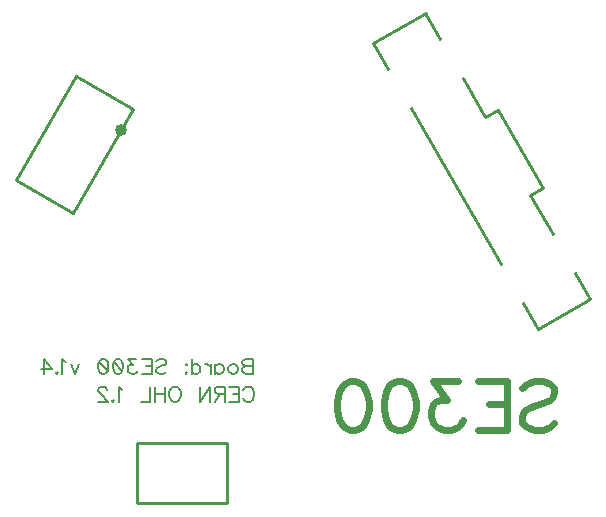
<source format=gbr>
G04 This is an RS-274x file exported by *
G04 gerbv version 2.6A *
G04 More information is available about gerbv at *
G04 http://gerbv.geda-project.org/ *
G04 --End of header info--*
%MOIN*%
%FSLAX34Y34*%
%IPPOS*%
G04 --Define apertures--*
%ADD10C,0.0100*%
%ADD11C,0.0400*%
%ADD12C,0.0077*%
%ADD13C,0.0247*%
G04 --Start main section--*
G54D10*
G01X0022663Y0028215D02*
G01X0020663Y0024751D01*
G01X0020663Y0024751D02*
G01X0022568Y0023651D01*
G01X0022568Y0023651D02*
G01X0024568Y0027115D01*
G01X0024568Y0027115D02*
G01X0022663Y0028215D01*
G54D11*
G01X0024168Y0026422D03*
G54D10*
G01X0025785Y0015981D02*
G01X0027702Y0015981D01*
G01X0024702Y0015981D02*
G01X0027702Y0015981D01*
G01X0024702Y0013981D02*
G01X0027702Y0013981D01*
G01X0024702Y0015981D02*
G01X0024702Y0013981D01*
G01X0027702Y0015981D02*
G01X0027702Y0013981D01*
G01X0037813Y0024244D02*
G01X0038565Y0022947D01*
G01X0038247Y0024495D02*
G01X0036746Y0027093D01*
G01X0036313Y0026843D02*
G01X0036746Y0027093D01*
G01X0038247Y0024495D02*
G01X0037813Y0024244D01*
G01X0039313Y0021646D02*
G01X0039813Y0020781D01*
G01X0039813Y0020781D02*
G01X0038081Y0019780D01*
G01X0038081Y0019780D02*
G01X0037581Y0020647D01*
G01X0036833Y0021947D02*
G01X0033834Y0027142D01*
G01X0036313Y0026843D02*
G01X0035566Y0028142D01*
G01X0034813Y0029441D02*
G01X0034313Y0030307D01*
G01X0034315Y0030308D02*
G01X0032581Y0029307D01*
G01X0032581Y0029307D02*
G01X0033081Y0028440D01*
G54D12*
G01X0028549Y0018791D02*
G01X0028549Y0018289D01*
G01X0028549Y0018289D02*
G01X0028333Y0018289D01*
G01X0028333Y0018289D02*
G01X0028262Y0018313D01*
G01X0028262Y0018313D02*
G01X0028238Y0018337D01*
G01X0028238Y0018337D02*
G01X0028214Y0018385D01*
G01X0028214Y0018385D02*
G01X0028214Y0018456D01*
G01X0028214Y0018456D02*
G01X0028238Y0018505D01*
G01X0028238Y0018505D02*
G01X0028262Y0018528D01*
G01X0028262Y0018528D02*
G01X0028333Y0018552D01*
G01X0028333Y0018552D02*
G01X0028262Y0018576D01*
G01X0028262Y0018576D02*
G01X0028238Y0018600D01*
G01X0028238Y0018600D02*
G01X0028214Y0018648D01*
G01X0028214Y0018648D02*
G01X0028214Y0018696D01*
G01X0028214Y0018696D02*
G01X0028238Y0018743D01*
G01X0028238Y0018743D02*
G01X0028262Y0018768D01*
G01X0028262Y0018768D02*
G01X0028333Y0018791D01*
G01X0028333Y0018791D02*
G01X0028549Y0018791D01*
G01X0028549Y0018552D02*
G01X0028333Y0018552D01*
G01X0027940Y0018624D02*
G01X0027988Y0018600D01*
G01X0027988Y0018600D02*
G01X0028036Y0018552D01*
G01X0028036Y0018552D02*
G01X0028060Y0018480D01*
G01X0028060Y0018480D02*
G01X0028060Y0018433D01*
G01X0028060Y0018433D02*
G01X0028036Y0018361D01*
G01X0028036Y0018361D02*
G01X0027988Y0018313D01*
G01X0027988Y0018313D02*
G01X0027940Y0018289D01*
G01X0027940Y0018289D02*
G01X0027868Y0018289D01*
G01X0027868Y0018289D02*
G01X0027820Y0018313D01*
G01X0027820Y0018313D02*
G01X0027773Y0018361D01*
G01X0027773Y0018361D02*
G01X0027748Y0018433D01*
G01X0027748Y0018433D02*
G01X0027748Y0018480D01*
G01X0027748Y0018480D02*
G01X0027773Y0018552D01*
G01X0027773Y0018552D02*
G01X0027820Y0018600D01*
G01X0027820Y0018600D02*
G01X0027868Y0018624D01*
G01X0027868Y0018624D02*
G01X0027940Y0018624D01*
G01X0027307Y0018624D02*
G01X0027307Y0018289D01*
G01X0027307Y0018552D02*
G01X0027355Y0018600D01*
G01X0027355Y0018600D02*
G01X0027403Y0018624D01*
G01X0027403Y0018624D02*
G01X0027474Y0018624D01*
G01X0027474Y0018624D02*
G01X0027522Y0018600D01*
G01X0027522Y0018600D02*
G01X0027570Y0018552D01*
G01X0027570Y0018552D02*
G01X0027594Y0018480D01*
G01X0027594Y0018480D02*
G01X0027594Y0018433D01*
G01X0027594Y0018433D02*
G01X0027570Y0018361D01*
G01X0027570Y0018361D02*
G01X0027522Y0018313D01*
G01X0027522Y0018313D02*
G01X0027474Y0018289D01*
G01X0027474Y0018289D02*
G01X0027403Y0018289D01*
G01X0027403Y0018289D02*
G01X0027355Y0018313D01*
G01X0027355Y0018313D02*
G01X0027307Y0018361D01*
G01X0027153Y0018624D02*
G01X0027153Y0018289D01*
G01X0027153Y0018480D02*
G01X0027128Y0018552D01*
G01X0027128Y0018552D02*
G01X0027081Y0018600D01*
G01X0027081Y0018600D02*
G01X0027033Y0018624D01*
G01X0027033Y0018624D02*
G01X0026961Y0018624D01*
G01X0026520Y0018791D02*
G01X0026520Y0018289D01*
G01X0026520Y0018552D02*
G01X0026567Y0018600D01*
G01X0026567Y0018600D02*
G01X0026615Y0018624D01*
G01X0026615Y0018624D02*
G01X0026687Y0018624D01*
G01X0026687Y0018624D02*
G01X0026735Y0018600D01*
G01X0026735Y0018600D02*
G01X0026783Y0018552D01*
G01X0026783Y0018552D02*
G01X0026807Y0018480D01*
G01X0026807Y0018480D02*
G01X0026807Y0018433D01*
G01X0026807Y0018433D02*
G01X0026783Y0018361D01*
G01X0026783Y0018361D02*
G01X0026735Y0018313D01*
G01X0026735Y0018313D02*
G01X0026687Y0018289D01*
G01X0026687Y0018289D02*
G01X0026615Y0018289D01*
G01X0026615Y0018289D02*
G01X0026567Y0018313D01*
G01X0026567Y0018313D02*
G01X0026520Y0018361D01*
G01X0026341Y0018624D02*
G01X0026365Y0018600D01*
G01X0026365Y0018600D02*
G01X0026341Y0018576D01*
G01X0026341Y0018576D02*
G01X0026317Y0018600D01*
G01X0026317Y0018600D02*
G01X0026341Y0018624D01*
G01X0026341Y0018337D02*
G01X0026365Y0018313D01*
G01X0026365Y0018313D02*
G01X0026341Y0018289D01*
G01X0026341Y0018289D02*
G01X0026317Y0018313D01*
G01X0026317Y0018313D02*
G01X0026341Y0018337D01*
G01X0025342Y0018720D02*
G01X0025389Y0018768D01*
G01X0025389Y0018768D02*
G01X0025461Y0018791D01*
G01X0025461Y0018791D02*
G01X0025557Y0018791D01*
G01X0025557Y0018791D02*
G01X0025629Y0018768D01*
G01X0025629Y0018768D02*
G01X0025677Y0018720D01*
G01X0025677Y0018720D02*
G01X0025677Y0018672D01*
G01X0025677Y0018672D02*
G01X0025653Y0018624D01*
G01X0025653Y0018624D02*
G01X0025629Y0018600D01*
G01X0025629Y0018600D02*
G01X0025581Y0018576D01*
G01X0025581Y0018576D02*
G01X0025438Y0018528D01*
G01X0025438Y0018528D02*
G01X0025389Y0018505D01*
G01X0025389Y0018505D02*
G01X0025366Y0018480D01*
G01X0025366Y0018480D02*
G01X0025342Y0018433D01*
G01X0025342Y0018433D02*
G01X0025342Y0018361D01*
G01X0025342Y0018361D02*
G01X0025389Y0018313D01*
G01X0025389Y0018313D02*
G01X0025461Y0018289D01*
G01X0025461Y0018289D02*
G01X0025557Y0018289D01*
G01X0025557Y0018289D02*
G01X0025629Y0018313D01*
G01X0025629Y0018313D02*
G01X0025677Y0018361D01*
G01X0024877Y0018791D02*
G01X0025188Y0018791D01*
G01X0025188Y0018791D02*
G01X0025188Y0018289D01*
G01X0025188Y0018289D02*
G01X0024877Y0018289D01*
G01X0025188Y0018552D02*
G01X0024996Y0018552D01*
G01X0024674Y0018791D02*
G01X0024412Y0018791D01*
G01X0024412Y0018791D02*
G01X0024555Y0018600D01*
G01X0024555Y0018600D02*
G01X0024483Y0018600D01*
G01X0024483Y0018600D02*
G01X0024436Y0018576D01*
G01X0024436Y0018576D02*
G01X0024412Y0018552D01*
G01X0024412Y0018552D02*
G01X0024388Y0018480D01*
G01X0024388Y0018480D02*
G01X0024388Y0018433D01*
G01X0024388Y0018433D02*
G01X0024412Y0018361D01*
G01X0024412Y0018361D02*
G01X0024459Y0018313D01*
G01X0024459Y0018313D02*
G01X0024531Y0018289D01*
G01X0024531Y0018289D02*
G01X0024603Y0018289D01*
G01X0024603Y0018289D02*
G01X0024674Y0018313D01*
G01X0024674Y0018313D02*
G01X0024698Y0018337D01*
G01X0024698Y0018337D02*
G01X0024723Y0018385D01*
G01X0024090Y0018791D02*
G01X0024161Y0018767D01*
G01X0024161Y0018767D02*
G01X0024209Y0018695D01*
G01X0024209Y0018695D02*
G01X0024233Y0018576D01*
G01X0024233Y0018576D02*
G01X0024233Y0018504D01*
G01X0024233Y0018504D02*
G01X0024209Y0018385D01*
G01X0024209Y0018385D02*
G01X0024161Y0018313D01*
G01X0024161Y0018313D02*
G01X0024090Y0018289D01*
G01X0024090Y0018289D02*
G01X0024042Y0018289D01*
G01X0024042Y0018289D02*
G01X0023970Y0018313D01*
G01X0023970Y0018313D02*
G01X0023923Y0018385D01*
G01X0023923Y0018385D02*
G01X0023898Y0018504D01*
G01X0023898Y0018504D02*
G01X0023898Y0018576D01*
G01X0023898Y0018576D02*
G01X0023923Y0018695D01*
G01X0023923Y0018695D02*
G01X0023970Y0018767D01*
G01X0023970Y0018767D02*
G01X0024042Y0018791D01*
G01X0024042Y0018791D02*
G01X0024090Y0018791D01*
G01X0023923Y0018695D02*
G01X0024209Y0018385D01*
G01X0023600Y0018791D02*
G01X0023672Y0018767D01*
G01X0023672Y0018767D02*
G01X0023720Y0018695D01*
G01X0023720Y0018695D02*
G01X0023744Y0018576D01*
G01X0023744Y0018576D02*
G01X0023744Y0018504D01*
G01X0023744Y0018504D02*
G01X0023720Y0018385D01*
G01X0023720Y0018385D02*
G01X0023672Y0018313D01*
G01X0023672Y0018313D02*
G01X0023600Y0018289D01*
G01X0023600Y0018289D02*
G01X0023553Y0018289D01*
G01X0023553Y0018289D02*
G01X0023481Y0018313D01*
G01X0023481Y0018313D02*
G01X0023433Y0018385D01*
G01X0023433Y0018385D02*
G01X0023409Y0018504D01*
G01X0023409Y0018504D02*
G01X0023409Y0018576D01*
G01X0023409Y0018576D02*
G01X0023433Y0018695D01*
G01X0023433Y0018695D02*
G01X0023481Y0018767D01*
G01X0023481Y0018767D02*
G01X0023553Y0018791D01*
G01X0023553Y0018791D02*
G01X0023600Y0018791D01*
G01X0023433Y0018695D02*
G01X0023720Y0018385D01*
G01X0022769Y0018624D02*
G01X0022625Y0018289D01*
G01X0022625Y0018289D02*
G01X0022482Y0018624D01*
G01X0022327Y0018695D02*
G01X0022279Y0018720D01*
G01X0022279Y0018720D02*
G01X0022207Y0018791D01*
G01X0022207Y0018791D02*
G01X0022207Y0018289D01*
G01X0022029Y0018337D02*
G01X0022053Y0018313D01*
G01X0022053Y0018313D02*
G01X0022029Y0018289D01*
G01X0022029Y0018289D02*
G01X0022005Y0018313D01*
G01X0022005Y0018313D02*
G01X0022029Y0018337D01*
G01X0021611Y0018289D02*
G01X0021611Y0018791D01*
G01X0021611Y0018791D02*
G01X0021851Y0018456D01*
G01X0021851Y0018456D02*
G01X0021492Y0018456D01*
G01X0028240Y0017747D02*
G01X0028264Y0017795D01*
G01X0028264Y0017795D02*
G01X0028312Y0017843D01*
G01X0028312Y0017843D02*
G01X0028359Y0017867D01*
G01X0028359Y0017867D02*
G01X0028455Y0017867D01*
G01X0028455Y0017867D02*
G01X0028503Y0017843D01*
G01X0028503Y0017843D02*
G01X0028551Y0017795D01*
G01X0028551Y0017795D02*
G01X0028575Y0017747D01*
G01X0028575Y0017747D02*
G01X0028599Y0017675D01*
G01X0028599Y0017675D02*
G01X0028599Y0017555D01*
G01X0028599Y0017555D02*
G01X0028575Y0017484D01*
G01X0028575Y0017484D02*
G01X0028551Y0017436D01*
G01X0028551Y0017436D02*
G01X0028503Y0017389D01*
G01X0028503Y0017389D02*
G01X0028455Y0017364D01*
G01X0028455Y0017364D02*
G01X0028359Y0017364D01*
G01X0028359Y0017364D02*
G01X0028312Y0017389D01*
G01X0028312Y0017389D02*
G01X0028264Y0017436D01*
G01X0028264Y0017436D02*
G01X0028240Y0017484D01*
G01X0027775Y0017867D02*
G01X0028086Y0017867D01*
G01X0028086Y0017867D02*
G01X0028086Y0017364D01*
G01X0028086Y0017364D02*
G01X0027775Y0017364D01*
G01X0028086Y0017627D02*
G01X0027894Y0017627D01*
G01X0027621Y0017627D02*
G01X0027406Y0017627D01*
G01X0027406Y0017627D02*
G01X0027334Y0017652D01*
G01X0027334Y0017652D02*
G01X0027309Y0017675D01*
G01X0027309Y0017675D02*
G01X0027286Y0017723D01*
G01X0027286Y0017723D02*
G01X0027286Y0017771D01*
G01X0027286Y0017771D02*
G01X0027309Y0017819D01*
G01X0027309Y0017819D02*
G01X0027334Y0017843D01*
G01X0027334Y0017843D02*
G01X0027406Y0017867D01*
G01X0027406Y0017867D02*
G01X0027621Y0017867D01*
G01X0027621Y0017867D02*
G01X0027621Y0017364D01*
G01X0027453Y0017627D02*
G01X0027286Y0017364D01*
G01X0026796Y0017867D02*
G01X0026796Y0017364D01*
G01X0026796Y0017364D02*
G01X0027131Y0017867D01*
G01X0027131Y0017867D02*
G01X0027131Y0017364D01*
G01X0026012Y0017867D02*
G01X0026060Y0017843D01*
G01X0026060Y0017843D02*
G01X0026108Y0017795D01*
G01X0026108Y0017795D02*
G01X0026132Y0017747D01*
G01X0026132Y0017747D02*
G01X0026156Y0017675D01*
G01X0026156Y0017675D02*
G01X0026156Y0017555D01*
G01X0026156Y0017555D02*
G01X0026132Y0017484D01*
G01X0026132Y0017484D02*
G01X0026108Y0017436D01*
G01X0026108Y0017436D02*
G01X0026060Y0017389D01*
G01X0026060Y0017389D02*
G01X0026012Y0017364D01*
G01X0026012Y0017364D02*
G01X0025917Y0017364D01*
G01X0025917Y0017364D02*
G01X0025869Y0017389D01*
G01X0025869Y0017389D02*
G01X0025821Y0017436D01*
G01X0025821Y0017436D02*
G01X0025797Y0017484D01*
G01X0025797Y0017484D02*
G01X0025773Y0017555D01*
G01X0025773Y0017555D02*
G01X0025773Y0017675D01*
G01X0025773Y0017675D02*
G01X0025797Y0017747D01*
G01X0025797Y0017747D02*
G01X0025821Y0017795D01*
G01X0025821Y0017795D02*
G01X0025869Y0017843D01*
G01X0025869Y0017843D02*
G01X0025917Y0017867D01*
G01X0025917Y0017867D02*
G01X0026012Y0017867D01*
G01X0025619Y0017867D02*
G01X0025619Y0017364D01*
G01X0025284Y0017867D02*
G01X0025284Y0017364D01*
G01X0025619Y0017627D02*
G01X0025284Y0017627D01*
G01X0025130Y0017867D02*
G01X0025130Y0017364D01*
G01X0025130Y0017364D02*
G01X0024843Y0017364D01*
G01X0024202Y0017770D02*
G01X0024154Y0017795D01*
G01X0024154Y0017795D02*
G01X0024083Y0017866D01*
G01X0024083Y0017866D02*
G01X0024083Y0017364D01*
G01X0023904Y0017412D02*
G01X0023928Y0017388D01*
G01X0023928Y0017388D02*
G01X0023904Y0017364D01*
G01X0023904Y0017364D02*
G01X0023880Y0017388D01*
G01X0023880Y0017388D02*
G01X0023904Y0017412D01*
G01X0023701Y0017747D02*
G01X0023701Y0017770D01*
G01X0023701Y0017770D02*
G01X0023678Y0017819D01*
G01X0023678Y0017819D02*
G01X0023654Y0017842D01*
G01X0023654Y0017842D02*
G01X0023606Y0017866D01*
G01X0023606Y0017866D02*
G01X0023510Y0017866D01*
G01X0023510Y0017866D02*
G01X0023463Y0017842D01*
G01X0023463Y0017842D02*
G01X0023439Y0017819D01*
G01X0023439Y0017819D02*
G01X0023414Y0017770D01*
G01X0023414Y0017770D02*
G01X0023414Y0017723D01*
G01X0023414Y0017723D02*
G01X0023439Y0017675D01*
G01X0023439Y0017675D02*
G01X0023486Y0017604D01*
G01X0023486Y0017604D02*
G01X0023726Y0017364D01*
G01X0023726Y0017364D02*
G01X0023391Y0017364D01*
G54D13*
G01X0037538Y0017809D02*
G01X0037690Y0017963D01*
G01X0037690Y0017963D02*
G01X0037920Y0018039D01*
G01X0037920Y0018039D02*
G01X0038226Y0018039D01*
G01X0038226Y0018039D02*
G01X0038455Y0017963D01*
G01X0038455Y0017963D02*
G01X0038609Y0017809D01*
G01X0038609Y0017809D02*
G01X0038609Y0017657D01*
G01X0038609Y0017657D02*
G01X0038532Y0017503D01*
G01X0038532Y0017503D02*
G01X0038455Y0017427D01*
G01X0038455Y0017427D02*
G01X0038303Y0017351D01*
G01X0038303Y0017351D02*
G01X0037844Y0017197D01*
G01X0037844Y0017197D02*
G01X0037690Y0017121D01*
G01X0037690Y0017121D02*
G01X0037614Y0017043D01*
G01X0037614Y0017043D02*
G01X0037538Y0016891D01*
G01X0037538Y0016891D02*
G01X0037538Y0016661D01*
G01X0037538Y0016661D02*
G01X0037690Y0016509D01*
G01X0037690Y0016509D02*
G01X0037920Y0016431D01*
G01X0037920Y0016431D02*
G01X0038226Y0016431D01*
G01X0038226Y0016431D02*
G01X0038455Y0016509D01*
G01X0038455Y0016509D02*
G01X0038609Y0016661D01*
G01X0036050Y0018039D02*
G01X0037044Y0018039D01*
G01X0037044Y0018039D02*
G01X0037044Y0016431D01*
G01X0037044Y0016431D02*
G01X0036050Y0016431D01*
G01X0037044Y0017273D02*
G01X0036432Y0017273D01*
G01X0035402Y0018037D02*
G01X0034562Y0018037D01*
G01X0034562Y0018037D02*
G01X0035020Y0017425D01*
G01X0035020Y0017425D02*
G01X0034790Y0017425D01*
G01X0034790Y0017425D02*
G01X0034638Y0017349D01*
G01X0034638Y0017349D02*
G01X0034562Y0017273D01*
G01X0034562Y0017273D02*
G01X0034484Y0017043D01*
G01X0034484Y0017043D02*
G01X0034484Y0016891D01*
G01X0034484Y0016891D02*
G01X0034562Y0016661D01*
G01X0034562Y0016661D02*
G01X0034714Y0016507D01*
G01X0034714Y0016507D02*
G01X0034944Y0016431D01*
G01X0034944Y0016431D02*
G01X0035173Y0016431D01*
G01X0035173Y0016431D02*
G01X0035402Y0016507D01*
G01X0035402Y0016507D02*
G01X0035478Y0016585D01*
G01X0035478Y0016585D02*
G01X0035555Y0016737D01*
G01X0033530Y0018037D02*
G01X0033760Y0017961D01*
G01X0033760Y0017961D02*
G01X0033914Y0017731D01*
G01X0033914Y0017731D02*
G01X0033990Y0017349D01*
G01X0033990Y0017349D02*
G01X0033990Y0017119D01*
G01X0033990Y0017119D02*
G01X0033914Y0016737D01*
G01X0033914Y0016737D02*
G01X0033760Y0016507D01*
G01X0033760Y0016507D02*
G01X0033530Y0016431D01*
G01X0033530Y0016431D02*
G01X0033378Y0016431D01*
G01X0033378Y0016431D02*
G01X0033148Y0016507D01*
G01X0033148Y0016507D02*
G01X0032996Y0016737D01*
G01X0032996Y0016737D02*
G01X0032918Y0017119D01*
G01X0032918Y0017119D02*
G01X0032918Y0017349D01*
G01X0032918Y0017349D02*
G01X0032996Y0017731D01*
G01X0032996Y0017731D02*
G01X0033148Y0017961D01*
G01X0033148Y0017961D02*
G01X0033378Y0018037D01*
G01X0033378Y0018037D02*
G01X0033530Y0018037D01*
G01X0031964Y0018037D02*
G01X0032194Y0017961D01*
G01X0032194Y0017961D02*
G01X0032348Y0017731D01*
G01X0032348Y0017731D02*
G01X0032424Y0017349D01*
G01X0032424Y0017349D02*
G01X0032424Y0017119D01*
G01X0032424Y0017119D02*
G01X0032348Y0016737D01*
G01X0032348Y0016737D02*
G01X0032194Y0016507D01*
G01X0032194Y0016507D02*
G01X0031964Y0016431D01*
G01X0031964Y0016431D02*
G01X0031812Y0016431D01*
G01X0031812Y0016431D02*
G01X0031582Y0016507D01*
G01X0031582Y0016507D02*
G01X0031430Y0016737D01*
G01X0031430Y0016737D02*
G01X0031352Y0017119D01*
G01X0031352Y0017119D02*
G01X0031352Y0017349D01*
G01X0031352Y0017349D02*
G01X0031430Y0017731D01*
G01X0031430Y0017731D02*
G01X0031582Y0017961D01*
G01X0031582Y0017961D02*
G01X0031812Y0018037D01*
G01X0031812Y0018037D02*
G01X0031964Y0018037D01*
M02*

</source>
